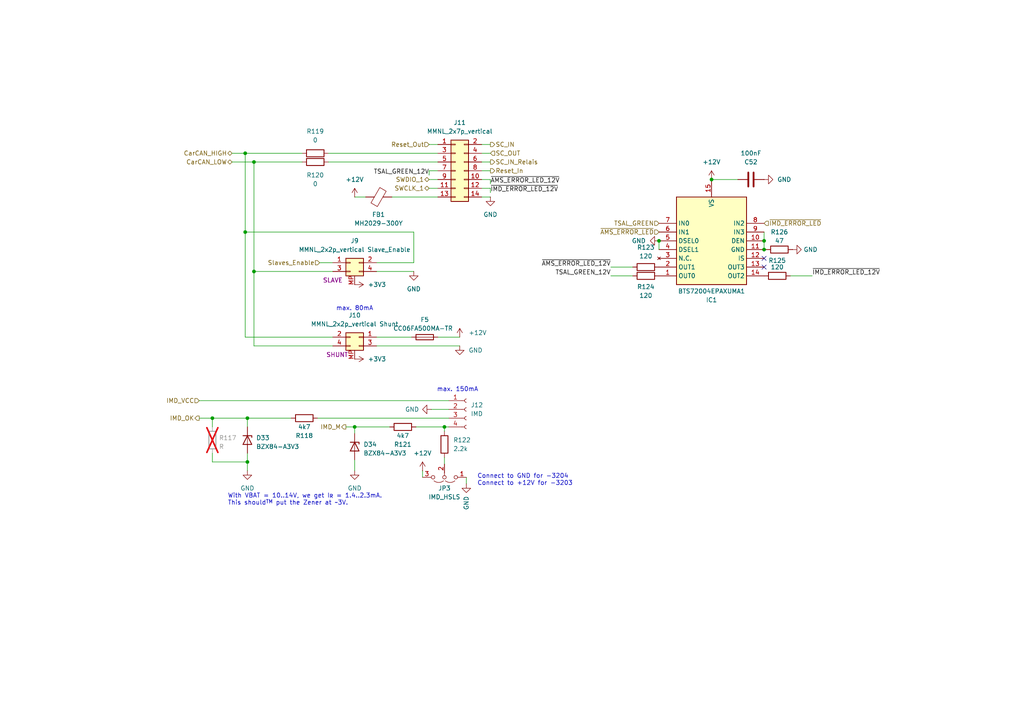
<source format=kicad_sch>
(kicad_sch (version 20231120) (generator "eeschema") (generator_version "8.0")
  (paper "A4")
  (lib_symbols
    (symbol "BTS72004EPAXUMA1:BTS72004EPAXUMA1"
      (property "Reference" "IC" (at 26.67 7.62 0))
      (property "Value" "BTS72004EPAXUMA1" (at 26.67 5.08 0))
      (symbol "BTS72004EPAXUMA1_1_1"
        (rectangle (start 5.08 2.54) (end 25.4 -22.86) (stroke (width 0.254)) (fill (type background)))
        (pin passive line (at 0 0 0) (length 5.08) (name "OUT0") (number "1"))
        (pin passive line (at 30.48 -10.16 180) (length 5.08) (name "DEN") (number "10"))
        (pin passive line (at 30.48 -7.62 180) (length 5.08) (name "GND") (number "11"))
        (pin passive line (at 30.48 -5.08 180) (length 5.08) (name "IS") (number "12"))
        (pin passive line (at 30.48 -2.54 180) (length 5.08) (name "OUT3") (number "13"))
        (pin passive line (at 30.48 0 180) (length 5.08) (name "OUT2") (number "14"))
        (pin passive line (at 15.24 -27.94 90) (length 5.08) (name "VS") (number "15"))
        (pin passive line (at 0 -2.54 0) (length 5.08) (name "OUT1") (number "2"))
        (pin no_connect line (at 0 -5.08 0) (length 5.08) (name "N.C.") (number "3"))
        (pin passive line (at 0 -7.62 0) (length 5.08) (name "DSEL1") (number "4"))
        (pin passive line (at 0 -10.16 0) (length 5.08) (name "DSEL0") (number "5"))
        (pin passive line (at 0 -12.7 0) (length 5.08) (name "IN1") (number "6"))
        (pin passive line (at 0 -15.24 0) (length 5.08) (name "IN0") (number "7"))
        (pin passive line (at 30.48 -15.24 180) (length 5.08) (name "IN2") (number "8"))
        (pin passive line (at 30.48 -12.7 180) (length 5.08) (name "IN3") (number "9"))
      )
    )
    (symbol "Connector:Conn_01x04_Socket" (pin_names (offset 1.016) hide)
      (property "Reference" "J" (at 0 5.08 0))
      (property "Value" "Conn_01x04_Socket" (at 0 -7.62 0))
      (symbol "Conn_01x04_Socket_1_1"
        (arc (start 0 -4.572) (mid -0.5058 -5.08) (end 0 -5.588) (stroke (width 0.1524)))
        (arc (start 0 -2.032) (mid -0.5058 -2.54) (end 0 -3.048) (stroke (width 0.1524)))
        (polyline (pts (xy -1.27 -5.08) (xy -0.508 -5.08)) (stroke (width 0.1524)))
        (polyline (pts (xy -1.27 -2.54) (xy -0.508 -2.54)) (stroke (width 0.1524)))
        (polyline (pts (xy -1.27 0) (xy -0.508 0)) (stroke (width 0.1524)))
        (polyline (pts (xy -1.27 2.54) (xy -0.508 2.54)) (stroke (width 0.1524)))
        (arc (start 0 0.508) (mid -0.5058 0) (end 0 -0.508) (stroke (width 0.1524)))
        (arc (start 0 3.048) (mid -0.5058 2.54) (end 0 2.032) (stroke (width 0.1524)))
        (pin passive line (at -5.08 2.54 0) (length 3.81) (name "Pin_1") (number "1"))
        (pin passive line (at -5.08 0 0) (length 3.81) (name "Pin_2") (number "2"))
        (pin passive line (at -5.08 -2.54 0) (length 3.81) (name "Pin_3") (number "3"))
        (pin passive line (at -5.08 -5.08 0) (length 3.81) (name "Pin_4") (number "4"))
      )
    )
    (symbol "Device:C" (pin_numbers hide) (pin_names (offset 0.254))
      (property "Reference" "C" (at 0.635 2.54 0))
      (property "Value" "C" (at 0.635 -2.54 0))
      (symbol "C_0_1"
        (polyline (pts (xy -2.032 -0.762) (xy 2.032 -0.762)) (stroke (width 0.508)))
        (polyline (pts (xy -2.032 0.762) (xy 2.032 0.762)) (stroke (width 0.508)))
      )
      (symbol "C_1_1"
        (pin passive line (at 0 3.81 270) (length 2.794) (name "~") (number "1"))
        (pin passive line (at 0 -3.81 90) (length 2.794) (name "~") (number "2"))
      )
    )
    (symbol "Device:FerriteBead" (pin_numbers hide) (pin_names (offset 0))
      (property "Reference" "FB" (at -3.81 0.635 90))
      (property "Value" "FerriteBead" (at 3.81 0 90))
      (symbol "FerriteBead_0_1"
        (polyline (pts (xy 0 -1.27) (xy 0 -1.2192)))
        (polyline (pts (xy 0 1.27) (xy 0 1.2954)))
        (polyline (pts (xy -2.7686 0.4064) (xy -1.7018 2.2606) (xy 2.7686 -0.3048) (xy 1.6764 -2.159) (xy -2.7686 0.4064)))
      )
      (symbol "FerriteBead_1_1"
        (pin passive line (at 0 3.81 270) (length 2.54) (name "~") (number "1"))
        (pin passive line (at 0 -3.81 90) (length 2.54) (name "~") (number "2"))
      )
    )
    (symbol "Device:Fuse" (pin_numbers hide) (pin_names (offset 0))
      (property "Reference" "F" (at 2.032 0 90))
      (property "Value" "Fuse" (at -1.905 0 90))
      (symbol "Fuse_0_1"
        (rectangle (start -0.762 -2.54) (end 0.762 2.54) (stroke (width 0.254)))
        (polyline (pts (xy 0 2.54) (xy 0 -2.54)))
      )
      (symbol "Fuse_1_1"
        (pin passive line (at 0 3.81 270) (length 1.27) (name "~") (number "1"))
        (pin passive line (at 0 -3.81 90) (length 1.27) (name "~") (number "2"))
      )
    )
    (symbol "Device:R" (pin_numbers hide) (pin_names (offset 0))
      (property "Reference" "R" (at 2.032 0 90))
      (property "Value" "R" (at 0 0 90))
      (symbol "R_0_1"
        (rectangle (start -1.016 -2.54) (end 1.016 2.54) (stroke (width 0.254)))
      )
      (symbol "R_1_1"
        (pin passive line (at 0 3.81 270) (length 1.27) (name "~") (number "1"))
        (pin passive line (at 0 -3.81 90) (length 1.27) (name "~") (number "2"))
      )
    )
    (symbol "Jumper:Jumper_3_Open" (pin_names (offset 0) hide)
      (property "Reference" "JP" (at -2.54 -2.54 0))
      (property "Value" "Jumper_3_Open" (at 0 2.794 0))
      (symbol "Jumper_3_Open_0_0"
        (circle (center -3.302 0) (radius 0.508))
        (circle (center 0 0) (radius 0.508))
        (circle (center 3.302 0) (radius 0.508))
      )
      (symbol "Jumper_3_Open_0_1"
        (arc (start -0.254 1.016) (mid -1.651 1.4992) (end -3.048 1.016))
        (polyline (pts (xy 0 -0.508) (xy 0 -1.27)))
        (arc (start 3.048 1.016) (mid 1.651 1.4992) (end 0.254 1.016))
      )
      (symbol "Jumper_3_Open_1_1"
        (pin passive line (at -6.35 0 0) (length 2.54) (name "A") (number "1"))
        (pin passive line (at 0 -3.81 90) (length 2.54) (name "C") (number "2"))
        (pin passive line (at 6.35 0 180) (length 2.54) (name "B") (number "3"))
      )
    )
    (symbol "Master:BZX84-A3V3" (pin_numbers hide) (pin_names (offset 1.016) hide)
      (property "Reference" "D" (at 0 2.54 0))
      (property "Value" "BZX84-A3V3" (at 0 -2.54 0))
      (symbol "BZX84-A3V3_0_1"
        (polyline (pts (xy 1.27 0) (xy -1.27 0)))
        (polyline (pts (xy -1.27 -1.27) (xy -1.27 1.27) (xy -0.762 1.27)) (stroke (width 0.254)))
        (polyline (pts (xy 1.27 -1.27) (xy 1.27 1.27) (xy -1.27 0) (xy 1.27 -1.27)) (stroke (width 0.254)))
      )
      (symbol "BZX84-A3V3_1_1"
        (pin passive line (at 3.81 0 180) (length 2.54) (name "A") (number "1"))
        (pin passive line (at -3.81 0 0) (length 2.54) (name "K") (number "3"))
      )
    )
    (symbol "Master:MMNL_2x2p_vertical" (pin_names (offset 1.016) hide)
      (property "Reference" "J" (at 1.27 2.54 0))
      (property "Value" "MMNL_2x2p_vertical" (at 1.27 -5.08 0))
      (symbol "MMNL_2x2p_vertical_1_1"
        (rectangle (start -1.27 -2.413) (end 0 -2.667) (stroke (width 0.1524)))
        (rectangle (start -1.27 0.127) (end 0 -0.127) (stroke (width 0.1524)))
        (rectangle (start -1.27 1.27) (end 3.81 -3.81) (stroke (width 0.254)) (fill (type background)))
        (rectangle (start 3.81 -2.413) (end 2.54 -2.667) (stroke (width 0.1524)))
        (rectangle (start 3.81 0.127) (end 2.54 -0.127) (stroke (width 0.1524)))
        (pin passive line (at -5.08 0 0) (length 3.81) (name "Pin_1") (number "1"))
        (pin passive line (at 7.62 0 180) (length 3.81) (name "Pin_2") (number "2"))
        (pin passive line (at -5.08 -2.54 0) (length 3.81) (name "Pin_3") (number "3"))
        (pin passive line (at 7.62 -2.54 180) (length 3.81) (name "Pin_4") (number "4"))
        (pin passive line (at 1.27 -6.35 90) (length 2.54) (name "") (number "MP"))
      )
    )
    (symbol "Master:MMNL_2x7p_vertical" (pin_names (offset 1.016) hide)
      (property "Reference" "J" (at 0 10.16 0))
      (property "Value" "MMNL_2x7p_vertical" (at 0 -10.16 0))
      (symbol "MMNL_2x7p_vertical_1_1"
        (rectangle (start -2.54 -7.493) (end -1.27 -7.747) (stroke (width 0.1524)))
        (rectangle (start -2.54 -4.953) (end -1.27 -5.207) (stroke (width 0.1524)))
        (rectangle (start -2.54 -2.413) (end -1.27 -2.667) (stroke (width 0.1524)))
        (rectangle (start -2.54 0.127) (end -1.27 -0.127) (stroke (width 0.1524)))
        (rectangle (start -2.54 2.667) (end -1.27 2.413) (stroke (width 0.1524)))
        (rectangle (start -2.54 5.207) (end -1.27 4.953) (stroke (width 0.1524)))
        (rectangle (start -2.54 7.747) (end -1.27 7.493) (stroke (width 0.1524)))
        (rectangle (start -2.54 8.89) (end 2.54 -8.89) (stroke (width 0.254)) (fill (type background)))
        (rectangle (start 2.54 -7.493) (end 1.27 -7.747) (stroke (width 0.1524)))
        (rectangle (start 2.54 -4.953) (end 1.27 -5.207) (stroke (width 0.1524)))
        (rectangle (start 2.54 -2.413) (end 1.27 -2.667) (stroke (width 0.1524)))
        (rectangle (start 2.54 0.127) (end 1.27 -0.127) (stroke (width 0.1524)))
        (rectangle (start 2.54 2.667) (end 1.27 2.413) (stroke (width 0.1524)))
        (rectangle (start 2.54 5.207) (end 1.27 4.953) (stroke (width 0.1524)))
        (rectangle (start 2.54 7.747) (end 1.27 7.493) (stroke (width 0.1524)))
        (pin passive line (at -6.35 7.62 0) (length 3.81) (name "Pin_1") (number "1"))
        (pin passive line (at 6.35 -2.54 180) (length 3.81) (name "Pin_10") (number "10"))
        (pin passive line (at -6.35 -5.08 0) (length 3.81) (name "Pin_11") (number "11"))
        (pin passive line (at 6.35 -5.08 180) (length 3.81) (name "Pin_12") (number "12"))
        (pin passive line (at -6.35 -7.62 0) (length 3.81) (name "Pin_13") (number "13"))
        (pin passive line (at 6.35 -7.62 180) (length 3.81) (name "Pin_14") (number "14"))
        (pin passive line (at 6.35 7.62 180) (length 3.81) (name "Pin_2") (number "2"))
        (pin passive line (at -6.35 5.08 0) (length 3.81) (name "Pin_3") (number "3"))
        (pin passive line (at 6.35 5.08 180) (length 3.81) (name "Pin_4") (number "4"))
        (pin passive line (at -6.35 2.54 0) (length 3.81) (name "Pin_5") (number "5"))
        (pin passive line (at 6.35 2.54 180) (length 3.81) (name "Pin_6") (number "6"))
        (pin passive line (at -6.35 0 0) (length 3.81) (name "Pin_7") (number "7"))
        (pin passive line (at 6.35 0 180) (length 3.81) (name "Pin_8") (number "8"))
        (pin passive line (at -6.35 -2.54 0) (length 3.81) (name "Pin_9") (number "9"))
      )
    )
    (symbol "power:+12V" (power) (pin_numbers hide) (pin_names (offset 0) hide)
      (property "Value" "+12V" (at 0 3.556 0))
      (symbol "+12V_0_1"
        (polyline (pts (xy -0.762 1.27) (xy 0 2.54)))
        (polyline (pts (xy 0 0) (xy 0 2.54)))
        (polyline (pts (xy 0 2.54) (xy 0.762 1.27)))
      )
      (symbol "+12V_1_1"
        (pin power_in line (at 0 0 90) (length 0) (name "~") (number "1"))
      )
    )
    (symbol "power:+3V3" (power) (pin_numbers hide) (pin_names (offset 0) hide)
      (property "Value" "+3V3" (at 0 3.556 0))
      (symbol "+3V3_0_1"
        (polyline (pts (xy -0.762 1.27) (xy 0 2.54)))
        (polyline (pts (xy 0 0) (xy 0 2.54)))
        (polyline (pts (xy 0 2.54) (xy 0.762 1.27)))
      )
      (symbol "+3V3_1_1"
        (pin power_in line (at 0 0 90) (length 0) (name "~") (number "1"))
      )
    )
    (symbol "power:GND" (power) (pin_numbers hide) (pin_names (offset 0) hide)
      (property "Value" "GND" (at 0 -3.81 0))
      (symbol "GND_0_1"
        (polyline (pts (xy 0 0) (xy 0 -1.27) (xy 1.27 -1.27) (xy 0 -2.54) (xy -1.27 -1.27) (xy 0 -1.27)))
      )
      (symbol "GND_1_1"
        (pin power_in line (at 0 0 270) (length 0) (name "~") (number "1"))
      )
    )
  )
  (junction (at 102.87 123.825))
  (junction (at 71.12 67.31))
  (junction (at 191.135 69.85))
  (junction (at 206.375 52.07))
  (junction (at 71.755 121.285))
  (junction (at 221.615 72.39))
  (junction (at 71.755 133.985))
  (junction (at 73.66 78.74))
  (junction (at 221.615 69.85))
  (junction (at 71.12 44.45))
  (junction (at 61.595 121.285))
  (junction (at 73.66 46.99))
  (junction (at 128.905 123.825))
  (no_connect (at 221.615 77.47))
  (no_connect (at 221.615 74.93))
  (wire (pts (xy 57.785 116.205) (xy 130.175 116.205)))
  (wire (pts (xy 183.515 77.47) (xy 177.165 77.47)))
  (wire (pts (xy 142.24 57.15) (xy 139.7 57.15)))
  (wire (pts (xy 124.46 50.8) (xy 124.46 49.53)))
  (wire (pts (xy 229.235 80.01) (xy 235.585 80.01)))
  (wire (pts (xy 71.755 121.285) (xy 84.455 121.285)))
  (wire (pts (xy 73.66 46.99) (xy 87.63 46.99)))
  (wire (pts (xy 71.12 44.45) (xy 71.12 67.31)))
  (wire (pts (xy 109.22 100.33) (xy 133.35 100.33)))
  (wire (pts (xy 113.03 123.825) (xy 102.87 123.825)))
  (wire (pts (xy 120.65 123.825) (xy 128.905 123.825)))
  (wire (pts (xy 142.24 44.45) (xy 139.7 44.45)))
  (wire (pts (xy 142.24 53.34) (xy 142.24 52.07)))
  (wire (pts (xy 142.24 49.53) (xy 139.7 49.53)))
  (wire (pts (xy 102.87 123.825) (xy 102.87 125.73)))
  (wire (pts (xy 222.25 72.39) (xy 221.615 72.39)))
  (wire (pts (xy 102.87 57.15) (xy 106.045 57.15)))
  (wire (pts (xy 130.175 123.825) (xy 128.905 123.825)))
  (wire (pts (xy 124.46 54.61) (xy 127 54.61)))
  (wire (pts (xy 61.595 133.985) (xy 71.755 133.985)))
  (wire (pts (xy 122.555 136.525) (xy 122.555 138.43)))
  (wire (pts (xy 142.24 52.07) (xy 139.7 52.07)))
  (wire (pts (xy 67.31 44.45) (xy 71.12 44.45)))
  (wire (pts (xy 71.755 121.285) (xy 71.755 123.825)))
  (wire (pts (xy 73.66 100.33) (xy 96.52 100.33)))
  (wire (pts (xy 92.71 76.2) (xy 96.52 76.2)))
  (wire (pts (xy 73.66 46.99) (xy 73.66 78.74)))
  (wire (pts (xy 139.7 46.99) (xy 142.24 46.99)))
  (wire (pts (xy 71.12 67.31) (xy 71.12 97.79)))
  (wire (pts (xy 124.46 41.91) (xy 127 41.91)))
  (wire (pts (xy 120.015 76.2) (xy 120.015 67.31)))
  (wire (pts (xy 95.25 46.99) (xy 127 46.99)))
  (wire (pts (xy 125.095 118.745) (xy 130.175 118.745)))
  (wire (pts (xy 61.595 121.285) (xy 61.595 123.825)))
  (wire (pts (xy 142.24 41.91) (xy 139.7 41.91)))
  (wire (pts (xy 71.755 133.985) (xy 71.755 136.525)))
  (wire (pts (xy 221.615 72.39) (xy 221.615 69.85)))
  (wire (pts (xy 73.66 78.74) (xy 73.66 100.33)))
  (wire (pts (xy 95.25 44.45) (xy 127 44.45)))
  (wire (pts (xy 113.665 57.15) (xy 127 57.15)))
  (wire (pts (xy 109.22 76.2) (xy 120.015 76.2)))
  (wire (pts (xy 213.995 52.07) (xy 206.375 52.07)))
  (wire (pts (xy 120.015 78.74) (xy 109.22 78.74)))
  (wire (pts (xy 221.615 67.31) (xy 221.615 69.85)))
  (wire (pts (xy 128.905 132.715) (xy 128.905 134.62)))
  (wire (pts (xy 71.12 97.79) (xy 96.52 97.79)))
  (wire (pts (xy 124.46 52.07) (xy 127 52.07)))
  (wire (pts (xy 183.515 80.01) (xy 177.165 80.01)))
  (wire (pts (xy 100.33 123.825) (xy 102.87 123.825)))
  (wire (pts (xy 133.35 97.79) (xy 127 97.79)))
  (wire (pts (xy 135.255 138.43) (xy 135.255 140.335)))
  (wire (pts (xy 57.785 121.285) (xy 61.595 121.285)))
  (wire (pts (xy 61.595 131.445) (xy 61.595 133.985)))
  (wire (pts (xy 73.66 78.74) (xy 96.52 78.74)))
  (wire (pts (xy 92.075 121.285) (xy 130.175 121.285)))
  (wire (pts (xy 71.755 131.445) (xy 71.755 133.985)))
  (wire (pts (xy 119.38 97.79) (xy 109.22 97.79)))
  (wire (pts (xy 128.905 123.825) (xy 128.905 125.095)))
  (wire (pts (xy 71.12 44.45) (xy 87.63 44.45)))
  (wire (pts (xy 67.31 46.99) (xy 73.66 46.99)))
  (wire (pts (xy 102.87 133.35) (xy 102.87 136.525)))
  (wire (pts (xy 124.46 49.53) (xy 127 49.53)))
  (wire (pts (xy 142.24 54.61) (xy 139.7 54.61)))
  (wire (pts (xy 142.24 55.88) (xy 142.24 54.61)))
  (wire (pts (xy 191.135 72.39) (xy 191.135 69.85)))
  (wire (pts (xy 61.595 121.285) (xy 71.755 121.285)))
  (wire (pts (xy 71.12 67.31) (xy 120.015 67.31)))
  (text "With VBAT = 10..14V, we get I_{R} = 1.4..2.3mA.\nThis should^{TM} put the Zener at ~3V." (at 66.04 146.685 0) (effects (font (size 1.27 1.27)) (justify left bottom)))
  (text "max. 150mA" (at 132.715 113.03 0) (effects (font (size 1.27 1.27))))
  (text "Connect to GND for -3204\nConnect to +12V for -3203" (at 138.43 140.97 0) (effects (font (size 1.27 1.27)) (justify left bottom)))
  (text "max. 80mA" (at 102.87 89.535 0) (effects (font (size 1.27 1.27))))
  (label "~{AMS_ERROR_LED_12V}" (at 142.24 53.34 0))
  (label "TSAL_GREEN_12V" (at 124.46 50.8 180))
  (label "~{AMS_ERROR_LED_12V}" (at 177.165 77.47 180))
  (label "TSAL_GREEN_12V" (at 177.165 80.01 180))
  (label "~{IMD_ERROR_LED_12V}" (at 235.585 80.01 0))
  (label "~{IMD_ERROR_LED_12V}" (at 142.24 55.88 0))
  (hierarchical_label "SC_OUT" (shape input) (at 142.24 44.45 0))
  (hierarchical_label "SWCLK_1" (shape bidirectional) (at 124.46 54.61 180))
  (hierarchical_label "TSAL_GREEN" (shape input) (at 191.135 64.77 180))
  (hierarchical_label "~{IMD_ERROR_LED}" (shape input) (at 221.615 64.77 0))
  (hierarchical_label "~{AMS_ERROR_LED}" (shape input) (at 191.135 67.31 180))
  (hierarchical_label "IMD_M" (shape output) (at 100.33 123.825 180))
  (hierarchical_label "Reset_Out" (shape input) (at 124.46 41.91 180))
  (hierarchical_label "CarCAN_LOW" (shape bidirectional) (at 67.31 46.99 180))
  (hierarchical_label "CarCAN_HIGH" (shape bidirectional) (at 67.31 44.45 180))
  (hierarchical_label "Slaves_Enable" (shape input) (at 92.71 76.2 180))
  (hierarchical_label "SWDIO_1" (shape bidirectional) (at 124.46 52.07 180))
  (hierarchical_label "SC_IN" (shape output) (at 142.24 41.91 0))
  (hierarchical_label "Reset_In" (shape output) (at 142.24 49.53 0))
  (hierarchical_label "IMD_VCC" (shape input) (at 57.785 116.205 180))
  (hierarchical_label "SC_IN_Relais" (shape output) (at 142.24 46.99 0))
  (hierarchical_label "IMD_OK" (shape output) (at 57.785 121.285 180))
  (symbol (lib_id "power:GND") (at 125.095 118.745 270) (unit 1)
    (property "Reference" "#PWR0114" (effects (hide yes)))
    (property "Value" "GND" (at 117.475 118.745 90) (effects (justify left)))
    (property "Description" "Power symbol creates a global label with name \"GND\" , ground" (effects (hide yes)))
  )
  (symbol (lib_id "Device:R") (at 187.325 77.47 270) (mirror x) (unit 1)
    (property "Reference" "R123" (at 187.325 71.755 90))
    (property "Value" "120" (at 187.325 74.295 90))
    (property "Footprint" "Resistor_SMD:R_0603_1608Metric" (effects (hide yes)))
    (property "Description" "Resistor" (effects (hide yes)))
  )
  (symbol (lib_id "power:+12V") (at 102.87 57.15 0) (unit 1)
    (property "Reference" "#PWR0108" (effects (hide yes)))
    (property "Value" "+12V" (at 102.87 52.07 0))
    (property "Description" "Power symbol creates a global label with name \"+12V\"" (effects (hide yes)))
  )
  (symbol (lib_id "Master:MMNL_2x2p_vertical") (at 104.14 97.79 0) (mirror y) (unit 1)
    (property "Reference" "J10" (at 102.87 91.44 0))
    (property "Value" "MMNL_2x2p_vertical Shunt" (at 102.87 93.98 0))
    (property "Footprint" "FaSTTUBe_connectors:Micro_Mate-N-Lok_2x2p_vertical" (effects (hide yes)))
    (property "Description" "Generic connector, double row, 02x02, odd/even pin numbering scheme (row 1 odd numbers, row 2 even numbers), script generated (kicad-library-utils/schlib/autogen/connector/)" (effects (hide yes)))
    (property "Silkscreen" "SHUNT" (at 97.79 102.87 0))
  )
  (symbol (lib_id "power:GND") (at 135.255 140.335 0) (unit 1)
    (property "Reference" "#PWR0117" (effects (hide yes)))
    (property "Value" "GND" (at 135.255 147.955 90) (effects (justify left)))
    (property "Description" "Power symbol creates a global label with name \"GND\" , ground" (effects (hide yes)))
  )
  (symbol (lib_id "Device:R") (at 88.265 121.285 90) (unit 1)
    (property "Reference" "R118" (at 88.265 126.365 90))
    (property "Value" "4k7" (at 88.265 123.825 90))
    (property "Footprint" "Resistor_SMD:R_0603_1608Metric" (effects (hide yes)))
    (property "Description" "Resistor" (effects (hide yes)))
  )
  (symbol (lib_id "BTS72004EPAXUMA1:BTS72004EPAXUMA1") (at 191.135 80.01 0) (mirror x) (unit 1)
    (property "Reference" "IC1" (at 206.375 86.995 0))
    (property "Value" "BTS72004EPAXUMA1" (at 206.375 84.455 0))
    (property "Footprint" "Package_SO:Infineon_PG-TSDSO-14-22" (effects (hide yes)))
    (property "Datasheet" "https://www.infineon.com/dgdl/Infineon-BTS7200-4EPA-DataSheet-v01_00-EN.pdf?fileId=5546d46270c4f93e0170e8a6ea220985" (effects (hide yes)))
    (property "Description" "Smart High-Side Power Switch" (effects (hide yes)))
    (property "Height" "1.15" (effects (hide yes)))
    (property "Manufacturer_Name" "Infineon" (effects (hide yes)))
    (property "Manufacturer_Part_Number" "BTS72004EPAXUMA1" (effects (hide yes)))
    (property "Mouser Part Number" "726-BTS72004EPAXUMA1" (effects (hide yes)))
    (property "Mouser Price/Stock" "https://www.mouser.co.uk/ProductDetail/Infineon-Technologies/BTS72004EPAXUMA1?qs=GedFDFLaBXGN%2FuVkNQapDw%3D%3D" (effects (hide yes)))
    (property "Arrow Part Number" "BTS72004EPAXUMA1" (effects (hide yes)))
    (property "Arrow Price/Stock" "https://www.arrow.com/en/products/bts72004epaxuma1/infineon-technologies-ag?region=nac" (effects (hide yes)))
  )
  (symbol (lib_id "Master:MMNL_2x2p_vertical") (at 101.6 76.2 0) (unit 1)
    (property "Reference" "J9" (at 102.87 69.85 0))
    (property "Value" "MMNL_2x2p_vertical Slave_Enable" (at 102.87 72.39 0))
    (property "Footprint" "FaSTTUBe_connectors:Micro_Mate-N-Lok_2x2p_vertical" (effects (hide yes)))
    (property "Description" "Generic connector, double row, 02x02, odd/even pin numbering scheme (row 1 odd numbers, row 2 even numbers), script generated (kicad-library-utils/schlib/autogen/connector/)" (effects (hide yes)))
    (property "Silkscreen" "SLAVE" (at 96.52 81.28 0))
  )
  (symbol (lib_id "power:GND") (at 229.87 72.39 90) (unit 1)
    (property "Reference" "#PWR0122" (effects (hide yes)))
    (property "Value" "GND" (at 233.045 72.3899 90) (effects (justify right)))
    (property "Description" "Power symbol creates a global label with name \"GND\" , ground" (effects (hide yes)))
  )
  (symbol (lib_id "Device:R") (at 116.84 123.825 90) (unit 1)
    (property "Reference" "R121" (at 116.84 128.905 90))
    (property "Value" "4k7" (at 116.84 126.365 90))
    (property "Footprint" "Resistor_SMD:R_0603_1608Metric" (effects (hide yes)))
    (property "Description" "Resistor" (effects (hide yes)))
  )
  (symbol (lib_id "Jumper:Jumper_3_Open") (at 128.905 138.43 180) (unit 1)
    (property "Reference" "JP3" (at 128.905 141.605 0))
    (property "Value" "IMD_HSLS" (at 128.905 144.145 0))
    (property "Footprint" "Jumper:SolderJumper-3_P1.3mm_Open_RoundedPad1.0x1.5mm" (effects (hide yes)))
    (property "Description" "Jumper, 3-pole, both open" (effects (hide yes)))
  )
  (symbol (lib_id "power:GND") (at 71.755 136.525 0) (unit 1)
    (property "Reference" "#PWR0107" (effects (hide yes)))
    (property "Value" "GND" (at 71.755 141.605 0))
    (property "Description" "Power symbol creates a global label with name \"GND\" , ground" (effects (hide yes)))
  )
  (symbol (lib_id "Master:BZX84-A3V3") (at 71.755 127.635 270) (unit 1)
    (property "Reference" "D33" (at 74.295 127 90) (effects (justify left)))
    (property "Value" "BZX84-A3V3" (at 74.295 129.54 90) (effects (justify left)))
    (property "Footprint" "Package_TO_SOT_SMD:SOT-23-3" (effects (hide yes)))
    (property "Description" "Zener diode 3.3V SOT-23" (effects (hide yes)))
  )
  (symbol (lib_id "power:+12V") (at 122.555 136.525 0) (unit 1)
    (property "Reference" "#PWR0113" (effects (hide yes)))
    (property "Value" "+12V" (at 122.555 131.445 0))
    (property "Description" "Power symbol creates a global label with name \"+12V\"" (effects (hide yes)))
  )
  (symbol (lib_id "Device:R") (at 225.425 80.01 90) (unit 1)
    (property "Reference" "R125" (at 225.425 75.565 90))
    (property "Value" "120" (at 225.425 77.47 90))
    (property "Footprint" "Resistor_SMD:R_0603_1608Metric" (effects (hide yes)))
    (property "Description" "Resistor" (effects (hide yes)))
  )
  (symbol (lib_id "power:+3V3") (at 102.87 104.14 270) (unit 1)
    (property "Reference" "#PWR0110" (effects (hide yes)))
    (property "Value" "+3V3" (at 106.68 104.1399 90) (effects (justify left)))
    (property "Description" "Power symbol creates a global label with name \"+3V3\"" (effects (hide yes)))
  )
  (symbol (lib_id "Device:R") (at 187.325 80.01 270) (mirror x) (unit 1)
    (property "Reference" "R124" (at 187.325 83.185 90))
    (property "Value" "120" (at 187.325 85.725 90))
    (property "Footprint" "Resistor_SMD:R_0603_1608Metric" (effects (hide yes)))
    (property "Description" "Resistor" (effects (hide yes)))
  )
  (symbol (lib_id "Device:R") (at 91.44 46.99 90) (unit 1)
    (property "Reference" "R120" (at 91.44 50.8 90))
    (property "Value" "0" (at 91.44 53.34 90))
    (property "Footprint" "Resistor_SMD:R_0603_1608Metric" (effects (hide yes)))
    (property "Description" "Resistor" (effects (hide yes)))
  )
  (symbol (lib_id "Master:BZX84-A3V3") (at 102.87 129.54 270) (unit 1)
    (property "Reference" "D34" (at 105.41 128.905 90) (effects (justify left)))
    (property "Value" "BZX84-A3V3" (at 105.41 131.445 90) (effects (justify left)))
    (property "Footprint" "Package_TO_SOT_SMD:SOT-23-3" (effects (hide yes)))
    (property "Description" "Zener diode 3.3V SOT-23" (effects (hide yes)))
  )
  (symbol (lib_id "Device:R") (at 128.905 128.905 0) (unit 1)
    (property "Reference" "R122" (at 131.445 127.635 0) (effects (justify left)))
    (property "Value" "2.2k" (at 131.445 130.175 0) (effects (justify left)))
    (property "Footprint" "Resistor_SMD:R_0603_1608Metric" (effects (hide yes)))
    (property "Description" "Resistor" (effects (hide yes)))
  )
  (symbol (lib_id "power:GND") (at 221.615 52.07 90) (mirror x) (unit 1)
    (property "Reference" "#PWR0121" (effects (hide yes)))
    (property "Value" "GND" (at 225.425 52.0699 90) (effects (justify right)))
    (property "Description" "Power symbol creates a global label with name \"GND\" , ground" (effects (hide yes)))
  )
  (symbol (lib_id "power:GND") (at 142.24 57.15 0) (unit 1)
    (property "Reference" "#PWR0118" (effects (hide yes)))
    (property "Value" "GND" (at 142.24 62.23 0))
    (property "Description" "Power symbol creates a global label with name \"GND\" , ground" (effects (hide yes)))
  )
  (symbol (lib_id "power:+12V") (at 206.375 52.07 0) (unit 1)
    (property "Reference" "#PWR0120" (effects (hide yes)))
    (property "Value" "+12V" (at 206.375 46.99 0))
    (property "Description" "Power symbol creates a global label with name \"+12V\"" (effects (hide yes)))
  )
  (symbol (lib_id "power:GND") (at 102.87 136.525 0) (unit 1)
    (property "Reference" "#PWR0111" (effects (hide yes)))
    (property "Value" "GND" (at 102.87 141.605 0))
    (property "Description" "Power symbol creates a global label with name \"GND\" , ground" (effects (hide yes)))
  )
  (symbol (lib_id "Connector:Conn_01x04_Socket") (at 135.255 118.745 0) (unit 1)
    (property "Reference" "J12" (at 136.525 117.475 0) (effects (justify left)))
    (property "Value" "IMD" (at 136.525 120.015 0) (effects (justify left)))
    (property "Footprint" "FaSTTUBe_connectors:Micro_Mate-N-Lok_4p_vertical" (effects (hide yes)))
    (property "Description" "Generic connector, single row, 01x04, script generated" (effects (hide yes)))
  )
  (symbol (lib_id "Master:MMNL_2x7p_vertical") (at 133.35 49.53 0) (unit 1)
    (property "Reference" "J11" (at 133.35 35.56 0))
    (property "Value" "MMNL_2x7p_vertical" (at 133.35 38.1 0))
    (property "Footprint" "FaSTTUBe_connectors:Micro_Mate-N-Lok_2x7p_vertical" (effects (hide yes)))
    (property "Description" "Generic connector, double row, 02x07, odd/even pin numbering scheme (row 1 odd numbers, row 2 even numbers), script generated (kicad-library-utils/schlib/autogen/connector/)" (effects (hide yes)))
  )
  (symbol (lib_id "Device:R") (at 91.44 44.45 90) (unit 1)
    (property "Reference" "R119" (at 91.44 38.1 90))
    (property "Value" "0" (at 91.44 40.64 90))
    (property "Footprint" "Resistor_SMD:R_0603_1608Metric" (effects (hide yes)))
    (property "Description" "Resistor" (effects (hide yes)))
  )
  (symbol (lib_id "Device:C") (at 217.805 52.07 90) (unit 1)
    (property "Reference" "C52" (at 217.805 46.99 90))
    (property "Value" "100nF" (at 217.805 44.45 90))
    (property "Footprint" "Capacitor_SMD:C_0603_1608Metric" (effects (hide yes)))
    (property "Description" "Unpolarized capacitor" (effects (hide yes)))
  )
  (symbol (lib_id "Device:FerriteBead") (at 109.855 57.15 90) (unit 1)
    (property "Reference" "FB1" (at 109.8042 62.23 90))
    (property "Value" "MH2029-300Y" (at 109.8042 64.77 90))
    (property "Footprint" "Inductor_SMD:L_0805_2012Metric" (effects (hide yes)))
    (property "Description" "Ferrite bead" (effects (hide yes)))
  )
  (symbol (lib_id "power:GND") (at 133.35 100.33 0) (mirror y) (unit 1)
    (property "Reference" "#PWR0116" (effects (hide yes)))
    (property "Value" "GND" (at 135.89 101.6 0) (effects (justify right)))
    (property "Description" "Power symbol creates a global label with name \"GND\" , ground" (effects (hide yes)))
  )
  (symbol (lib_id "power:GND") (at 191.135 69.85 270) (unit 1)
    (property "Reference" "#PWR0119" (effects (hide yes)))
    (property "Value" "GND" (at 187.325 69.8499 90) (effects (justify right)))
    (property "Description" "Power symbol creates a global label with name \"GND\" , ground" (effects (hide yes)))
  )
  (symbol (lib_id "power:GND") (at 120.015 78.74 0) (unit 1)
    (property "Reference" "#PWR0112" (effects (hide yes)))
    (property "Value" "GND" (at 120.015 83.82 0))
    (property "Description" "Power symbol creates a global label with name \"GND\" , ground" (effects (hide yes)))
  )
  (symbol (lib_id "power:+12V") (at 133.35 97.79 0) (mirror y) (unit 1)
    (property "Reference" "#PWR0115" (effects (hide yes)))
    (property "Value" "+12V" (at 135.89 96.52 0) (effects (justify right)))
    (property "Description" "Power symbol creates a global label with name \"+12V\"" (effects (hide yes)))
  )
  (symbol (lib_id "Device:R") (at 226.06 72.39 90) (unit 1)
    (property "Reference" "R126" (at 226.06 67.31 90))
    (property "Value" "47" (at 226.06 69.85 90))
    (property "Footprint" "Resistor_SMD:R_0603_1608Metric" (effects (hide yes)))
    (property "Description" "Resistor" (effects (hide yes)))
  )
  (symbol (lib_id "power:+3V3") (at 102.87 82.55 270) (unit 1)
    (property "Reference" "#PWR0109" (effects (hide yes)))
    (property "Value" "+3V3" (at 106.68 82.5499 90) (effects (justify left)))
    (property "Description" "Power symbol creates a global label with name \"+3V3\"" (effects (hide yes)))
  )
  (symbol (lib_id "Device:Fuse") (at 123.19 97.79 270) (mirror x) (unit 1)
    (property "Reference" "F5" (at 123.19 92.71 90))
    (property "Value" "CC06FA500MA-TR " (at 123.19 95.25 90))
    (property "Footprint" "Fuse:Fuse_0603_1608Metric" (effects (hide yes)))
    (property "Description" "Fuse" (effects (hide yes)))
  )
  (symbol (lib_id "Device:R") (at 61.595 127.635 0) (unit 1) (dnp yes)
    (property "Reference" "R117" (at 63.5 127 0) (effects (justify left)))
    (property "Value" "R" (at 63.5 129.54 0) (effects (justify left)))
    (property "Footprint" "Resistor_SMD:R_0603_1608Metric" (effects (hide yes)))
    (property "Description" "Resistor" (effects (hide yes)))
  )
)
</source>
